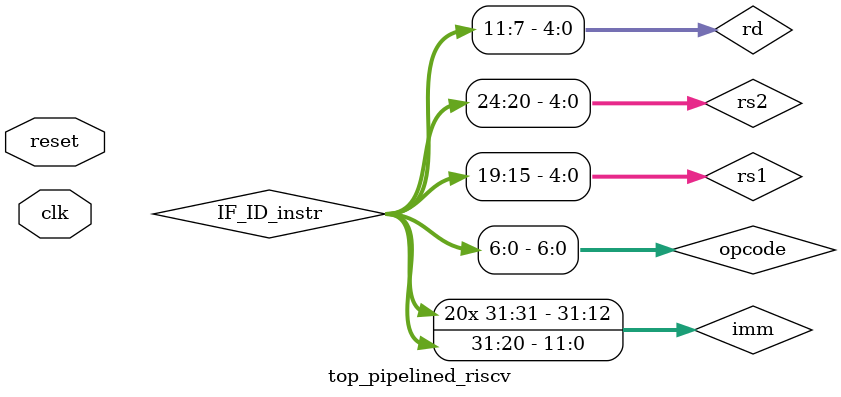
<source format=v>
module top_pipelined_riscv (
    input wire clk,
    input wire reset
);

    // PC and instruction fetch
    reg [31:0] PC;
    wire [31:0] next_PC;
    wire [31:0] instr;

    // IF/ID pipeline registers
    reg [31:0] IF_ID_instr;
    reg [31:0] IF_ID_PC;

    // ID/EX pipeline registers
    reg [31:0] ID_EX_RD1, ID_EX_RD2, ID_EX_imm;
    reg [4:0]  ID_EX_rs1, ID_EX_rs2, ID_EX_rd;
    reg [1:0]  ID_EX_ALUOp;
    reg        ID_EX_ALUSrc, ID_EX_MemRead, ID_EX_MemWrite;
    reg        ID_EX_RegWrite, ID_EX_MemToReg;
    reg [2:0]  ID_EX_funct3;
    reg        ID_EX_funct7_bit;

    // EX/MEM pipeline registers
    reg [31:0] EX_MEM_ALU_result, EX_MEM_RD2;
    reg [4:0]  EX_MEM_rd;
    reg        EX_MEM_RegWrite, EX_MEM_MemRead, EX_MEM_MemWrite, EX_MEM_MemToReg;

    // MEM/WB pipeline registers
    reg [31:0] MEM_WB_read_data, MEM_WB_ALU_result;
    reg [4:0]  MEM_WB_rd;
    reg        MEM_WB_RegWrite, MEM_WB_MemToReg;
    
        // IF_ID stage
    reg IF_ID_branch_predict;
    
    // ID_EX stage
    reg ID_EX_branch_predict;
    reg ID_EX_Branch; // Branch signal from control unit
    
    // EX_MEM stage
    reg EX_MEM_branch_taken;
    reg EX_MEM_Branch;
    reg EX_MEM_predicted_taken;

    wire RegWrite, MemRead, MemWrite, ALUSrc, Branch, MemToReg;
    wire [1:0] ALUOp;
    wire hazard_stall, PCWrite, IF_ID_Write;

    wire [6:0] opcode = IF_ID_instr[6:0];
    wire [4:0] rs1 = IF_ID_instr[19:15];
    wire [4:0] rs2 = IF_ID_instr[24:20];
    wire [4:0] rd  = IF_ID_instr[11:7];
    wire [31:0] imm = {{20{IF_ID_instr[31]}}, IF_ID_instr[31:20]};

    wire [1:0] ForwardA, ForwardB;
    wire branch_predict;
    wire flush_IF_ID, flush_ID_EX, flush_EX_MEM;
    
    forwarding_unit FU (
        .ID_EX_Rs1(ID_EX_rs1),
        .ID_EX_Rs2(ID_EX_rs2),
        .EX_MEM_Rd(EX_MEM_rd),
        .MEM_WB_Rd(MEM_WB_rd),
        .EX_MEM_RegWrite(EX_MEM_RegWrite),
        .MEM_WB_RegWrite(MEM_WB_RegWrite),
        .ForwardA(ForwardA),
        .ForwardB(ForwardB)
    );

    wire [31:0] ALU_input_A = (ForwardA == 2'b10) ? EX_MEM_ALU_result :
                              (ForwardA == 2'b01) ? (MEM_WB_MemToReg ? MEM_WB_read_data : MEM_WB_ALU_result) :
                              ID_EX_RD1;

    wire [31:0] ALU_input_B_raw = (ForwardB == 2'b10) ? EX_MEM_ALU_result :
                                  (ForwardB == 2'b01) ? (MEM_WB_MemToReg ? MEM_WB_read_data : MEM_WB_ALU_result) :
                                  ID_EX_RD2;

    wire [31:0] ALU_input_B = (ID_EX_ALUSrc) ? ID_EX_imm : ALU_input_B_raw;

    wire [4:0] ALU_ctrl;
    alu_control ALU_CTRL (
        .ALUOp(ID_EX_ALUOp),
        .funct3(ID_EX_funct3),
        .funct7_bit(ID_EX_funct7_bit),
        .ALUControl(ALU_ctrl)
    );

    wire [31:0] ALU_result;
    wire Zero_flag;
    riscv_ALU ALU (
        .clk(clk),
        .reset(reset),
        .ALU_ctrl(ALU_ctrl),
        .ALU_ina(ALU_input_A),
        .ALU_inb_reg(ALU_input_B_raw),
        .ALU_inb_imm(ID_EX_imm),
        .ALUSrc(ID_EX_ALUSrc),
        .ALU_out(ALU_result),
        .Zero_flag(Zero_flag)
    );

    wire [31:0] DataMemOut;
    mem_data DMEM (
        .clk(clk),
        .reset(reset),
        .rd_en(EX_MEM_MemRead),
        .wr_en(EX_MEM_MemWrite),
        .addr(EX_MEM_ALU_result),
        .din(EX_MEM_RD2),
        .dout(DataMemOut)
    );

    instr_mem #(.MEM_DEPTH(2048)) IMEM (
        .clk(clk),
        .reset(reset),
        .addr(PC),
        .instr(instr)
    );

    control_unit CU (
        .stall(hazard_stall),
        .opcode(opcode),
        .RegWrite(RegWrite),
        .MemRead(MemRead),
        .MemWrite(MemWrite),
        .ALUSrc(ALUSrc),
        .Branch(Branch),
        .MemToReg(MemToReg),
        .ALUOp(ALUOp)
    );

    wire [31:0] RD1, RD2;
    register_file RF (
        .clk(clk),
        .rst(reset),
        .stall(hazard_stall),
        .A1(rs1),
        .A2(rs2),
        .A3(MEM_WB_rd),
        .WD3(MEM_WB_MemToReg ? MEM_WB_read_data : MEM_WB_ALU_result),
        .WE3(MEM_WB_RegWrite),
        .RD1(RD1),
        .RD2(RD2)
    );

    hazard_detection_unit HDU (
        .ID_EX_MemRead(ID_EX_MemRead),
        .ID_EX_Rd(ID_EX_rd),
        .IF_ID_Rs1(rs1),
        .IF_ID_Rs2(rs2),
        .stall(hazard_stall),
        .PCWrite(PCWrite),
        .IF_ID_Write(IF_ID_Write)
    );

wire [31:0] branch_target = IF_ID_PC + imm; // branch target calculated from IF_ID_PC

assign next_PC = (branch_predict) ? branch_target : (PC + 4);  // combinational logic

always @(posedge clk or posedge reset) begin
    if (reset)
        PC <= 32'b0;
    else if (PCWrite)
        PC <= next_PC;  // driven by the assign above
end



    // pipeline register updates as provided earlier in corrected form...
    // IF_ID pipeline register update
always @(posedge clk) begin
    if (reset || flush_IF_ID) begin
        IF_ID_instr <= 32'b0;
        IF_ID_PC <= 32'b0;
        IF_ID_branch_predict <= 1'b0;
    end else if (IF_ID_Write) begin
        IF_ID_instr <= instr;
        IF_ID_PC <= PC;
        IF_ID_branch_predict <= branch_predict;
    end
end


// ID_EX pipeline register update (Exactly ONCE)
always @(posedge clk) begin
    if (reset || hazard_stall || flush_ID_EX) begin
        ID_EX_RD1            <= 32'b0;
        ID_EX_RD2            <= 32'b0;
        ID_EX_imm            <= 32'b0;
        ID_EX_rs1            <= 5'b0;
        ID_EX_rs2            <= 5'b0;
        ID_EX_rd             <= 5'b0;
        ID_EX_RegWrite       <= 1'b0;
        ID_EX_MemRead        <= 1'b0;
        ID_EX_MemWrite       <= 1'b0;
        ID_EX_ALUSrc         <= 1'b0;
        ID_EX_ALUOp          <= 2'b00;
        ID_EX_MemToReg       <= 1'b0;
        ID_EX_funct3         <= 3'b000;
        ID_EX_funct7_bit     <= 1'b0;
        ID_EX_branch_predict <= 1'b0;
        ID_EX_Branch         <= 1'b0;
    end else begin
        ID_EX_RD1            <= RD1;
        ID_EX_RD2            <= RD2;
        ID_EX_imm            <= imm;
        ID_EX_rs1            <= rs1;
        ID_EX_rs2            <= rs2;
        ID_EX_rd             <= rd;
        ID_EX_RegWrite       <= RegWrite;
        ID_EX_MemRead        <= MemRead;
        ID_EX_MemWrite       <= MemWrite;
        ID_EX_ALUSrc         <= ALUSrc;
        ID_EX_ALUOp          <= ALUOp;
        ID_EX_MemToReg       <= MemToReg;
        ID_EX_funct3         <= IF_ID_instr[14:12];
        ID_EX_funct7_bit     <= IF_ID_instr[30];
        ID_EX_branch_predict <= IF_ID_branch_predict;
        ID_EX_Branch         <= Branch;
    end
end


// EX_MEM pipeline register update
always @(posedge clk) begin
    if (reset || flush_EX_MEM) begin
        EX_MEM_ALU_result     <= 32'b0;
        EX_MEM_RD2            <= 32'b0;
        EX_MEM_rd             <= 5'b0;
        EX_MEM_RegWrite       <= 1'b0;
        EX_MEM_MemRead        <= 1'b0;
        EX_MEM_MemWrite       <= 1'b0;
        EX_MEM_MemToReg       <= 1'b0;
        EX_MEM_branch_taken   <= 1'b0;
        EX_MEM_Branch         <= 1'b0;
        EX_MEM_predicted_taken<= 1'b0;
    end else begin
        EX_MEM_ALU_result     <= ALU_result;
        EX_MEM_RD2            <= ALU_input_B_raw;
        EX_MEM_rd             <= ID_EX_rd;
        EX_MEM_RegWrite       <= ID_EX_RegWrite;
        EX_MEM_MemRead        <= ID_EX_MemRead;
        EX_MEM_MemWrite       <= ID_EX_MemWrite;
        EX_MEM_MemToReg       <= ID_EX_MemToReg;
        EX_MEM_branch_taken   <= ID_EX_Branch & Zero_flag;
        EX_MEM_Branch         <= ID_EX_Branch;
        EX_MEM_predicted_taken<= ID_EX_branch_predict;
    end
end


// MEM_WB pipeline register update
// MEM/WB pipeline register update
always @(posedge clk) begin
    if (reset || flush_EX_MEM) begin
        MEM_WB_read_data  <= 32'b0;
        MEM_WB_ALU_result <= 32'b0;
        MEM_WB_rd         <= 5'b0;
        MEM_WB_RegWrite   <= 1'b0;
        MEM_WB_MemToReg   <= 1'b0;
    end else begin
        MEM_WB_read_data  <= DataMemOut;
        MEM_WB_ALU_result <= EX_MEM_ALU_result;
        MEM_WB_rd         <= EX_MEM_rd;
        MEM_WB_RegWrite   <= EX_MEM_RegWrite;
        MEM_WB_MemToReg   <= EX_MEM_MemToReg;
    end
end

 

branch_prediction_unit BPU (
    .clk(clk),
    .reset(reset),
    .branch_resolved(EX_MEM_Branch), // branch resolved at EX_MEM stage
    .branch_taken_actual(EX_MEM_branch_taken), // actual branch decision (ALU Zero flag and branch control logic)
    .branch_predict(branch_predict) // goes to IF stage
);



branch_control_flush BCF (
    .clk(clk),
    .reset(reset),
    .branch_taken(EX_MEM_branch_taken),    // final resolved branch decision
    .predicted_taken(EX_MEM_predicted_taken),  // store earlier prediction at EX_MEM
    .flush_IF_ID(flush_IF_ID),
    .flush_ID_EX(flush_ID_EX),
    .flush_EX_MEM(flush_EX_MEM)
);







// Debugging display (optional but recommended)
always @(posedge clk) begin
    $display("[FORWARD DEBUG] EX_MEM_RegWrite=%b, EX_MEM_Rd=%d, MEM_WB_RegWrite=%b, MEM_WB_Rd=%d, ID_EX_Rs1=%d, ID_EX_Rs2=%d", 
        EX_MEM_RegWrite, EX_MEM_rd, MEM_WB_RegWrite, MEM_WB_rd, ID_EX_rs1, ID_EX_rs2);
end

endmodule

</source>
